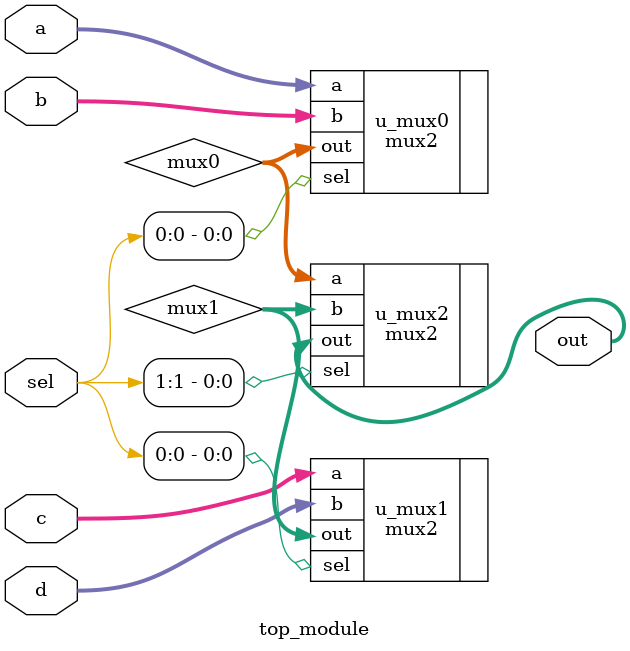
<source format=v>
module top_module (
    input [1:0] sel,
    input [7:0] a,
    input [7:0] b,
    input [7:0] c,
    input [7:0] d,
    output [7:0] out
);
    wire [7:0] mux0, mux1;
    
    mux2 u_mux0 ( .sel(sel[0]), .a(a), .b(b), .out(mux0) );
    mux2 u_mux1 ( .sel(sel[0]), .a(c), .b(d), .out(mux1) );
    mux2 u_mux2 ( .sel(sel[1]), .a(mux0), .b(mux1), .out(out) );
    
endmodule
</source>
